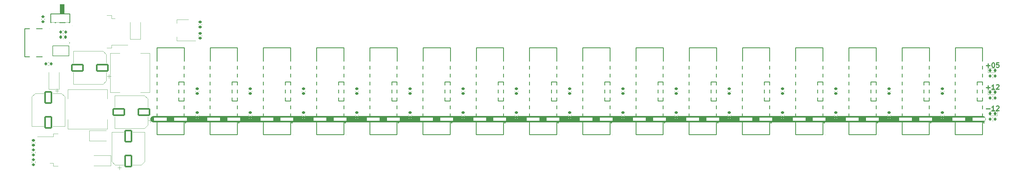
<source format=gbr>
%TF.GenerationSoftware,KiCad,Pcbnew,(6.0.9-0)*%
%TF.CreationDate,2022-11-17T19:12:12+01:00*%
%TF.ProjectId,pwr-v1,7077722d-7631-42e6-9b69-6361645f7063,rev?*%
%TF.SameCoordinates,Original*%
%TF.FileFunction,Legend,Top*%
%TF.FilePolarity,Positive*%
%FSLAX46Y46*%
G04 Gerber Fmt 4.6, Leading zero omitted, Abs format (unit mm)*
G04 Created by KiCad (PCBNEW (6.0.9-0)) date 2022-11-17 19:12:12*
%MOMM*%
%LPD*%
G01*
G04 APERTURE LIST*
G04 Aperture macros list*
%AMRoundRect*
0 Rectangle with rounded corners*
0 $1 Rounding radius*
0 $2 $3 $4 $5 $6 $7 $8 $9 X,Y pos of 4 corners*
0 Add a 4 corners polygon primitive as box body*
4,1,4,$2,$3,$4,$5,$6,$7,$8,$9,$2,$3,0*
0 Add four circle primitives for the rounded corners*
1,1,$1+$1,$2,$3*
1,1,$1+$1,$4,$5*
1,1,$1+$1,$6,$7*
1,1,$1+$1,$8,$9*
0 Add four rect primitives between the rounded corners*
20,1,$1+$1,$2,$3,$4,$5,0*
20,1,$1+$1,$4,$5,$6,$7,0*
20,1,$1+$1,$6,$7,$8,$9,0*
20,1,$1+$1,$8,$9,$2,$3,0*%
G04 Aperture macros list end*
%ADD10C,2.000000*%
%ADD11C,0.375000*%
%ADD12C,0.254001*%
%ADD13C,0.059995*%
%ADD14C,0.120000*%
%ADD15C,0.152400*%
%ADD16C,0.200000*%
%ADD17C,0.124994*%
%ADD18C,0.100000*%
%ADD19R,4.100000X1.019990*%
%ADD20RoundRect,0.250000X1.750000X1.000000X-1.750000X1.000000X-1.750000X-1.000000X1.750000X-1.000000X0*%
%ADD21R,3.960000X1.980000*%
%ADD22O,3.960000X1.980000*%
%ADD23R,1.800000X2.500000*%
%ADD24RoundRect,0.200000X-0.275000X0.200000X-0.275000X-0.200000X0.275000X-0.200000X0.275000X0.200000X0*%
%ADD25RoundRect,0.225000X-0.250000X0.225000X-0.250000X-0.225000X0.250000X-0.225000X0.250000X0.225000X0*%
%ADD26R,2.000000X1.500000*%
%ADD27R,2.000000X3.800000*%
%ADD28RoundRect,0.200000X0.275000X-0.200000X0.275000X0.200000X-0.275000X0.200000X-0.275000X-0.200000X0*%
%ADD29R,4.600000X1.100000*%
%ADD30R,9.400000X10.800000*%
%ADD31C,5.600000*%
%ADD32RoundRect,0.225000X0.250000X-0.225000X0.250000X0.225000X-0.250000X0.225000X-0.250000X-0.225000X0*%
%ADD33R,2.500000X1.800000*%
%ADD34RoundRect,0.200000X-0.200000X-0.275000X0.200000X-0.275000X0.200000X0.275000X-0.200000X0.275000X0*%
%ADD35RoundRect,0.218750X0.218750X0.256250X-0.218750X0.256250X-0.218750X-0.256250X0.218750X-0.256250X0*%
%ADD36RoundRect,0.200000X0.200000X0.275000X-0.200000X0.275000X-0.200000X-0.275000X0.200000X-0.275000X0*%
%ADD37O,0.559995X1.515011*%
%ADD38R,3.200000X2.300000*%
%ADD39R,5.400000X2.900000*%
%ADD40C,0.900025*%
%ADD41R,1.000000X1.000000*%
%ADD42R,1.000000X1.400000*%
%ADD43RoundRect,0.250000X1.000000X-1.750000X1.000000X1.750000X-1.000000X1.750000X-1.000000X-1.750000X0*%
%ADD44RoundRect,0.218750X-0.218750X-0.256250X0.218750X-0.256250X0.218750X0.256250X-0.218750X0.256250X0*%
%ADD45C,0.750013*%
%ADD46O,2.000000X1.200000*%
%ADD47O,1.800000X1.200000*%
%ADD48R,1.300000X0.300000*%
%ADD49RoundRect,0.250000X-1.000000X1.750000X-1.000000X-1.750000X1.000000X-1.750000X1.000000X1.750000X0*%
%ADD50RoundRect,0.225000X-0.225000X-0.250000X0.225000X-0.250000X0.225000X0.250000X-0.225000X0.250000X0*%
%ADD51R,2.900000X5.400000*%
G04 APERTURE END LIST*
D10*
X39600000Y-73200000D02*
X304400000Y-73200000D01*
D11*
X305600000Y-63107142D02*
X306742857Y-63107142D01*
X306171428Y-63678571D02*
X306171428Y-62535714D01*
X308242857Y-63678571D02*
X307385714Y-63678571D01*
X307814285Y-63678571D02*
X307814285Y-62178571D01*
X307671428Y-62392857D01*
X307528571Y-62535714D01*
X307385714Y-62607142D01*
X308814285Y-62321428D02*
X308885714Y-62250000D01*
X309028571Y-62178571D01*
X309385714Y-62178571D01*
X309528571Y-62250000D01*
X309600000Y-62321428D01*
X309671428Y-62464285D01*
X309671428Y-62607142D01*
X309600000Y-62821428D01*
X308742857Y-63678571D01*
X309671428Y-63678571D01*
X305600000Y-69907142D02*
X306742857Y-69907142D01*
X308242857Y-70478571D02*
X307385714Y-70478571D01*
X307814285Y-70478571D02*
X307814285Y-68978571D01*
X307671428Y-69192857D01*
X307528571Y-69335714D01*
X307385714Y-69407142D01*
X308814285Y-69121428D02*
X308885714Y-69050000D01*
X309028571Y-68978571D01*
X309385714Y-68978571D01*
X309528571Y-69050000D01*
X309600000Y-69121428D01*
X309671428Y-69264285D01*
X309671428Y-69407142D01*
X309600000Y-69621428D01*
X308742857Y-70478571D01*
X309671428Y-70478571D01*
X305600000Y-56107142D02*
X306742857Y-56107142D01*
X306171428Y-56678571D02*
X306171428Y-55535714D01*
X307742857Y-55178571D02*
X307885714Y-55178571D01*
X308028571Y-55250000D01*
X308100000Y-55321428D01*
X308171428Y-55464285D01*
X308242857Y-55750000D01*
X308242857Y-56107142D01*
X308171428Y-56392857D01*
X308100000Y-56535714D01*
X308028571Y-56607142D01*
X307885714Y-56678571D01*
X307742857Y-56678571D01*
X307600000Y-56607142D01*
X307528571Y-56535714D01*
X307457142Y-56392857D01*
X307385714Y-56107142D01*
X307385714Y-55750000D01*
X307457142Y-55464285D01*
X307528571Y-55321428D01*
X307600000Y-55250000D01*
X307742857Y-55178571D01*
X309600000Y-55178571D02*
X308885714Y-55178571D01*
X308814285Y-55892857D01*
X308885714Y-55821428D01*
X309028571Y-55750000D01*
X309385714Y-55750000D01*
X309528571Y-55821428D01*
X309600000Y-55892857D01*
X309671428Y-56035714D01*
X309671428Y-56392857D01*
X309600000Y-56535714D01*
X309528571Y-56607142D01*
X309385714Y-56678571D01*
X309028571Y-56678571D01*
X308885714Y-56607142D01*
X308814285Y-56535714D01*
D12*
%TO.C,EURO207*%
X142666002Y-50343472D02*
X151366027Y-50343472D01*
X142666002Y-54682309D02*
X142666002Y-50343472D01*
X151333998Y-67382360D02*
X151333998Y-66324651D01*
X142633973Y-67382360D02*
X142633973Y-66324651D01*
X142633973Y-78156528D02*
X142633973Y-73944666D01*
X142633973Y-69922365D02*
X142633973Y-68864656D01*
X142633973Y-62302350D02*
X142633973Y-61244641D01*
X142633973Y-59762344D02*
X142633973Y-58704636D01*
X151333998Y-64842355D02*
X151333998Y-63784646D01*
X151333998Y-67382360D02*
X149651016Y-67382360D01*
X151333998Y-72462370D02*
X151333998Y-71404661D01*
X151333998Y-57222339D02*
X151333998Y-56164630D01*
X149651016Y-67382360D02*
X149651016Y-66324651D01*
X142633973Y-72462370D02*
X142633973Y-71404661D01*
X151333998Y-78156528D02*
X151333998Y-73944666D01*
X151333998Y-69922365D02*
X151333998Y-68864656D01*
X142633973Y-78156528D02*
X151333998Y-78156528D01*
X142633973Y-64842355D02*
X142633973Y-63784646D01*
X149651016Y-64842355D02*
X149651016Y-63784646D01*
X149651016Y-61244641D02*
X151333998Y-61244641D01*
X151333998Y-59762344D02*
X151333998Y-58704636D01*
X149651016Y-62302350D02*
X149651016Y-61244641D01*
X151333998Y-62302350D02*
X151333998Y-61244641D01*
X151366027Y-54682309D02*
X151366027Y-50343472D01*
X142633973Y-57222339D02*
X142633973Y-56164630D01*
D13*
X152164046Y-78273520D02*
G75*
G03*
X152164046Y-78273520I-29997J0D01*
G01*
D12*
X151936893Y-74346520D02*
G75*
G03*
X151936893Y-74346520I-127000J0D01*
G01*
D14*
%TO.C,C105*%
X37760000Y-75095563D02*
X36695563Y-76160000D01*
X36695563Y-76160000D02*
X27240000Y-76160000D01*
X37760000Y-66704437D02*
X36695563Y-65640000D01*
X37760000Y-66704437D02*
X37760000Y-69390000D01*
X27240000Y-76160000D02*
X27240000Y-72410000D01*
X38625000Y-74285000D02*
X38625000Y-73035000D01*
X37760000Y-75095563D02*
X37760000Y-72410000D01*
X36695563Y-65640000D02*
X27240000Y-65640000D01*
X39250000Y-73660000D02*
X38000000Y-73660000D01*
X27240000Y-65640000D02*
X27240000Y-69390000D01*
%TO.C,D102*%
X6100000Y-63650000D02*
X6100000Y-58250000D01*
X6100000Y-63650000D02*
X9400000Y-63650000D01*
X9400000Y-63650000D02*
X9400000Y-58250000D01*
%TO.C,R108*%
X1772500Y-86712742D02*
X1772500Y-87187258D01*
X727500Y-86712742D02*
X727500Y-87187258D01*
D12*
%TO.C,EURO215*%
X287333998Y-59762344D02*
X287333998Y-58704636D01*
X278633973Y-62302350D02*
X278633973Y-61244641D01*
X287333998Y-62302350D02*
X287333998Y-61244641D01*
X285651016Y-61244641D02*
X287333998Y-61244641D01*
X285651016Y-62302350D02*
X285651016Y-61244641D01*
X287366027Y-54682309D02*
X287366027Y-50343472D01*
X287333998Y-57222339D02*
X287333998Y-56164630D01*
X287333998Y-72462370D02*
X287333998Y-71404661D01*
X285651016Y-64842355D02*
X285651016Y-63784646D01*
X278633973Y-72462370D02*
X278633973Y-71404661D01*
X287333998Y-78156528D02*
X287333998Y-73944666D01*
X278633973Y-78156528D02*
X278633973Y-73944666D01*
X287333998Y-69922365D02*
X287333998Y-68864656D01*
X278666002Y-54682309D02*
X278666002Y-50343472D01*
X285651016Y-67382360D02*
X285651016Y-66324651D01*
X278666002Y-50343472D02*
X287366027Y-50343472D01*
X278633973Y-59762344D02*
X278633973Y-58704636D01*
X287333998Y-67382360D02*
X285651016Y-67382360D01*
X278633973Y-57222339D02*
X278633973Y-56164630D01*
X287333998Y-67382360D02*
X287333998Y-66324651D01*
X278633973Y-69922365D02*
X278633973Y-68864656D01*
X287333998Y-64842355D02*
X287333998Y-63784646D01*
X278633973Y-67382360D02*
X278633973Y-66324651D01*
X278633973Y-78156528D02*
X287333998Y-78156528D01*
X278633973Y-64842355D02*
X278633973Y-63784646D01*
D13*
X288164046Y-78273520D02*
G75*
G03*
X288164046Y-78273520I-29997J0D01*
G01*
D12*
X287936893Y-74346520D02*
G75*
G03*
X287936893Y-74346520I-127000J0D01*
G01*
D14*
%TO.C,C218*%
X105010000Y-64109420D02*
X105010000Y-64390580D01*
X103990000Y-64109420D02*
X103990000Y-64390580D01*
%TO.C,U104*%
X46990000Y-41340000D02*
X46990000Y-42600000D01*
X53000000Y-48160000D02*
X46990000Y-48160000D01*
X50750000Y-41340000D02*
X46990000Y-41340000D01*
X46990000Y-48160000D02*
X46990000Y-46900000D01*
%TO.C,C104*%
X24510000Y-60945563D02*
X23445563Y-62010000D01*
X23445563Y-62010000D02*
X13990000Y-62010000D01*
X13990000Y-51490000D02*
X13990000Y-55240000D01*
X23445563Y-51490000D02*
X13990000Y-51490000D01*
X24510000Y-52554437D02*
X24510000Y-55240000D01*
X24510000Y-52554437D02*
X23445563Y-51490000D01*
X25375000Y-60135000D02*
X25375000Y-58885000D01*
X26000000Y-59510000D02*
X24750000Y-59510000D01*
X13990000Y-62010000D02*
X13990000Y-58260000D01*
X24510000Y-60945563D02*
X24510000Y-58260000D01*
%TO.C,C221*%
X207010000Y-64109420D02*
X207010000Y-64390580D01*
X205990000Y-64109420D02*
X205990000Y-64390580D01*
%TO.C,R107*%
X727500Y-84087258D02*
X727500Y-83612742D01*
X1772500Y-84087258D02*
X1772500Y-83612742D01*
%TO.C,U105*%
X26200000Y-50450000D02*
X26200000Y-49500000D01*
X24700000Y-50450000D02*
X26200000Y-50450000D01*
X26200000Y-49500000D02*
X31325000Y-49500000D01*
X26200000Y-41000000D02*
X27300000Y-41000000D01*
X26200000Y-40050000D02*
X26200000Y-41000000D01*
X24700000Y-40050000D02*
X26200000Y-40050000D01*
%TO.C,C224*%
X71010000Y-72010580D02*
X71010000Y-71729420D01*
X69990000Y-72010580D02*
X69990000Y-71729420D01*
%TO.C,D107*%
X25900000Y-88150000D02*
X25900000Y-84850000D01*
X25900000Y-84850000D02*
X20500000Y-84850000D01*
X25900000Y-88150000D02*
X20500000Y-88150000D01*
%TO.C,R104*%
X307362742Y-65877500D02*
X307837258Y-65877500D01*
X307362742Y-66922500D02*
X307837258Y-66922500D01*
%TO.C,C230*%
X273990000Y-72010580D02*
X273990000Y-71729420D01*
X275010000Y-72010580D02*
X275010000Y-71729420D01*
%TO.C,C222*%
X241010000Y-64109420D02*
X241010000Y-64390580D01*
X239990000Y-64109420D02*
X239990000Y-64390580D01*
%TO.C,C223*%
X275010000Y-64109420D02*
X275010000Y-64390580D01*
X273990000Y-64109420D02*
X273990000Y-64390580D01*
%TO.C,D104*%
X309085000Y-72135000D02*
X309085000Y-70665000D01*
X306800000Y-72135000D02*
X309085000Y-72135000D01*
X309085000Y-70665000D02*
X306800000Y-70665000D01*
%TO.C,C208*%
X290990000Y-64109420D02*
X290990000Y-64390580D01*
X292010000Y-64109420D02*
X292010000Y-64390580D01*
%TO.C,C227*%
X171990000Y-72010580D02*
X171990000Y-71729420D01*
X173010000Y-72010580D02*
X173010000Y-71729420D01*
D12*
%TO.C,EURO216*%
X304366027Y-54682309D02*
X304366027Y-50343472D01*
X295633973Y-67382360D02*
X295633973Y-66324651D01*
X304333998Y-62302350D02*
X304333998Y-61244641D01*
X304333998Y-67382360D02*
X302651016Y-67382360D01*
X302651016Y-64842355D02*
X302651016Y-63784646D01*
X295666002Y-54682309D02*
X295666002Y-50343472D01*
X304333998Y-69922365D02*
X304333998Y-68864656D01*
X295633973Y-78156528D02*
X295633973Y-73944666D01*
X304333998Y-59762344D02*
X304333998Y-58704636D01*
X295666002Y-50343472D02*
X304366027Y-50343472D01*
X295633973Y-62302350D02*
X295633973Y-61244641D01*
X295633973Y-57222339D02*
X295633973Y-56164630D01*
X304333998Y-67382360D02*
X304333998Y-66324651D01*
X304333998Y-57222339D02*
X304333998Y-56164630D01*
X304333998Y-64842355D02*
X304333998Y-63784646D01*
X302651016Y-62302350D02*
X302651016Y-61244641D01*
X295633973Y-72462370D02*
X295633973Y-71404661D01*
X295633973Y-64842355D02*
X295633973Y-63784646D01*
X295633973Y-59762344D02*
X295633973Y-58704636D01*
X304333998Y-78156528D02*
X304333998Y-73944666D01*
X295633973Y-78156528D02*
X304333998Y-78156528D01*
X302651016Y-61244641D02*
X304333998Y-61244641D01*
X295633973Y-69922365D02*
X295633973Y-68864656D01*
X304333998Y-72462370D02*
X304333998Y-71404661D01*
X302651016Y-67382360D02*
X302651016Y-66324651D01*
D13*
X305164046Y-78273520D02*
G75*
G03*
X305164046Y-78273520I-29997J0D01*
G01*
D12*
X304936893Y-74346520D02*
G75*
G03*
X304936893Y-74346520I-127000J0D01*
G01*
D14*
%TO.C,U106*%
X9100000Y-88225000D02*
X7600000Y-88225000D01*
X7600000Y-87275000D02*
X6500000Y-87275000D01*
X7600000Y-77825000D02*
X7600000Y-78775000D01*
X7600000Y-78775000D02*
X2475000Y-78775000D01*
X9100000Y-77825000D02*
X7600000Y-77825000D01*
X7600000Y-88225000D02*
X7600000Y-87275000D01*
%TO.C,R101*%
X10962258Y-45897500D02*
X10487742Y-45897500D01*
X10962258Y-44852500D02*
X10487742Y-44852500D01*
D15*
%TO.C,U103*%
X7398800Y-49762294D02*
X12551200Y-49762294D01*
X12551200Y-52937706D02*
X7398800Y-52937706D01*
X12551200Y-49762294D02*
X12551200Y-52937706D01*
X7398800Y-52937706D02*
X7398800Y-49762294D01*
D13*
X12504845Y-48350000D02*
G75*
G03*
X12504845Y-48350000I-29972J0D01*
G01*
D16*
X12869083Y-48809995D02*
G75*
G03*
X12869083Y-48809995I-100077J0D01*
G01*
D17*
X12336190Y-50039611D02*
G75*
G03*
X12336190Y-50039611I-62485J0D01*
G01*
D12*
%TO.C,EURO212*%
X227633973Y-57222339D02*
X227633973Y-56164630D01*
X236333998Y-78156528D02*
X236333998Y-73944666D01*
X227633973Y-67382360D02*
X227633973Y-66324651D01*
X236333998Y-67382360D02*
X236333998Y-66324651D01*
X234651016Y-64842355D02*
X234651016Y-63784646D01*
X236333998Y-67382360D02*
X234651016Y-67382360D01*
X227633973Y-59762344D02*
X227633973Y-58704636D01*
X236333998Y-64842355D02*
X236333998Y-63784646D01*
X227633973Y-72462370D02*
X227633973Y-71404661D01*
X236333998Y-62302350D02*
X236333998Y-61244641D01*
X236333998Y-57222339D02*
X236333998Y-56164630D01*
X227633973Y-62302350D02*
X227633973Y-61244641D01*
X234651016Y-62302350D02*
X234651016Y-61244641D01*
X227633973Y-69922365D02*
X227633973Y-68864656D01*
X234651016Y-67382360D02*
X234651016Y-66324651D01*
X236333998Y-59762344D02*
X236333998Y-58704636D01*
X227666002Y-50343472D02*
X236366027Y-50343472D01*
X227633973Y-78156528D02*
X236333998Y-78156528D01*
X236366027Y-54682309D02*
X236366027Y-50343472D01*
X227633973Y-64842355D02*
X227633973Y-63784646D01*
X236333998Y-69922365D02*
X236333998Y-68864656D01*
X227633973Y-78156528D02*
X227633973Y-73944666D01*
X227666002Y-54682309D02*
X227666002Y-50343472D01*
X234651016Y-61244641D02*
X236333998Y-61244641D01*
X236333998Y-72462370D02*
X236333998Y-71404661D01*
X236936893Y-74346520D02*
G75*
G03*
X236936893Y-74346520I-127000J0D01*
G01*
D13*
X237164046Y-78273520D02*
G75*
G03*
X237164046Y-78273520I-29997J0D01*
G01*
D14*
%TO.C,C201*%
X52990000Y-64109420D02*
X52990000Y-64390580D01*
X54010000Y-64109420D02*
X54010000Y-64390580D01*
D12*
%TO.C,EURO213*%
X253333998Y-67382360D02*
X251651016Y-67382360D01*
X251651016Y-64842355D02*
X251651016Y-63784646D01*
X244666002Y-54682309D02*
X244666002Y-50343472D01*
X253333998Y-69922365D02*
X253333998Y-68864656D01*
X244633973Y-64842355D02*
X244633973Y-63784646D01*
X251651016Y-67382360D02*
X251651016Y-66324651D01*
X244633973Y-78156528D02*
X253333998Y-78156528D01*
X253333998Y-57222339D02*
X253333998Y-56164630D01*
X244633973Y-57222339D02*
X244633973Y-56164630D01*
X253333998Y-67382360D02*
X253333998Y-66324651D01*
X251651016Y-61244641D02*
X253333998Y-61244641D01*
X253366027Y-54682309D02*
X253366027Y-50343472D01*
X244666002Y-50343472D02*
X253366027Y-50343472D01*
X244633973Y-69922365D02*
X244633973Y-68864656D01*
X244633973Y-78156528D02*
X244633973Y-73944666D01*
X244633973Y-62302350D02*
X244633973Y-61244641D01*
X244633973Y-67382360D02*
X244633973Y-66324651D01*
X244633973Y-59762344D02*
X244633973Y-58704636D01*
X251651016Y-62302350D02*
X251651016Y-61244641D01*
X253333998Y-59762344D02*
X253333998Y-58704636D01*
X253333998Y-78156528D02*
X253333998Y-73944666D01*
X253333998Y-72462370D02*
X253333998Y-71404661D01*
X253333998Y-64842355D02*
X253333998Y-63784646D01*
X244633973Y-72462370D02*
X244633973Y-71404661D01*
X253333998Y-62302350D02*
X253333998Y-61244641D01*
X253936893Y-74346520D02*
G75*
G03*
X253936893Y-74346520I-127000J0D01*
G01*
D13*
X254164046Y-78273520D02*
G75*
G03*
X254164046Y-78273520I-29997J0D01*
G01*
D14*
%TO.C,C102*%
X53990000Y-42809420D02*
X53990000Y-43090580D01*
X55010000Y-42809420D02*
X55010000Y-43090580D01*
D12*
%TO.C,EURO210*%
X193633973Y-67382360D02*
X193633973Y-66324651D01*
X193633973Y-78156528D02*
X193633973Y-73944666D01*
X193633973Y-57222339D02*
X193633973Y-56164630D01*
X202333998Y-69922365D02*
X202333998Y-68864656D01*
X202333998Y-72462370D02*
X202333998Y-71404661D01*
X193633973Y-59762344D02*
X193633973Y-58704636D01*
X193666002Y-54682309D02*
X193666002Y-50343472D01*
X193633973Y-78156528D02*
X202333998Y-78156528D01*
X202333998Y-62302350D02*
X202333998Y-61244641D01*
X202333998Y-64842355D02*
X202333998Y-63784646D01*
X202333998Y-78156528D02*
X202333998Y-73944666D01*
X202366027Y-54682309D02*
X202366027Y-50343472D01*
X202333998Y-59762344D02*
X202333998Y-58704636D01*
X200651016Y-61244641D02*
X202333998Y-61244641D01*
X202333998Y-57222339D02*
X202333998Y-56164630D01*
X193633973Y-64842355D02*
X193633973Y-63784646D01*
X193666002Y-50343472D02*
X202366027Y-50343472D01*
X200651016Y-64842355D02*
X200651016Y-63784646D01*
X193633973Y-62302350D02*
X193633973Y-61244641D01*
X200651016Y-67382360D02*
X200651016Y-66324651D01*
X202333998Y-67382360D02*
X202333998Y-66324651D01*
X202333998Y-67382360D02*
X200651016Y-67382360D01*
X193633973Y-72462370D02*
X193633973Y-71404661D01*
X200651016Y-62302350D02*
X200651016Y-61244641D01*
X193633973Y-69922365D02*
X193633973Y-68864656D01*
X202936893Y-74346520D02*
G75*
G03*
X202936893Y-74346520I-127000J0D01*
G01*
D13*
X203164046Y-78273520D02*
G75*
G03*
X203164046Y-78273520I-29997J0D01*
G01*
D14*
%TO.C,L101*%
X25800000Y-64700000D02*
X25800000Y-52100000D01*
X28800000Y-64700000D02*
X25800000Y-64700000D01*
X35400000Y-52100000D02*
X38400000Y-52100000D01*
X25800000Y-52100000D02*
X28800000Y-52100000D01*
X38400000Y-64700000D02*
X35400000Y-64700000D01*
X38400000Y-52100000D02*
X38400000Y-64700000D01*
%TO.C,C103*%
X53990000Y-46690580D02*
X53990000Y-46409420D01*
X55010000Y-46690580D02*
X55010000Y-46409420D01*
D12*
%TO.C,EURO208*%
X159633973Y-59762344D02*
X159633973Y-58704636D01*
X159633973Y-78156528D02*
X168333998Y-78156528D01*
X166651016Y-61244641D02*
X168333998Y-61244641D01*
X168333998Y-59762344D02*
X168333998Y-58704636D01*
X168366027Y-54682309D02*
X168366027Y-50343472D01*
X159633973Y-67382360D02*
X159633973Y-66324651D01*
X168333998Y-62302350D02*
X168333998Y-61244641D01*
X168333998Y-69922365D02*
X168333998Y-68864656D01*
X159633973Y-72462370D02*
X159633973Y-71404661D01*
X159633973Y-64842355D02*
X159633973Y-63784646D01*
X166651016Y-64842355D02*
X166651016Y-63784646D01*
X168333998Y-72462370D02*
X168333998Y-71404661D01*
X159666002Y-50343472D02*
X168366027Y-50343472D01*
X159633973Y-78156528D02*
X159633973Y-73944666D01*
X168333998Y-67382360D02*
X168333998Y-66324651D01*
X168333998Y-67382360D02*
X166651016Y-67382360D01*
X166651016Y-67382360D02*
X166651016Y-66324651D01*
X168333998Y-57222339D02*
X168333998Y-56164630D01*
X168333998Y-64842355D02*
X168333998Y-63784646D01*
X159633973Y-57222339D02*
X159633973Y-56164630D01*
X159633973Y-69922365D02*
X159633973Y-68864656D01*
X166651016Y-62302350D02*
X166651016Y-61244641D01*
X168333998Y-78156528D02*
X168333998Y-73944666D01*
X159633973Y-62302350D02*
X159633973Y-61244641D01*
X159666002Y-54682309D02*
X159666002Y-50343472D01*
X168936893Y-74346520D02*
G75*
G03*
X168936893Y-74346520I-127000J0D01*
G01*
D13*
X169164046Y-78273520D02*
G75*
G03*
X169164046Y-78273520I-29997J0D01*
G01*
D14*
%TO.C,R105*%
X307362742Y-73722500D02*
X307837258Y-73722500D01*
X307362742Y-72677500D02*
X307837258Y-72677500D01*
%TO.C,C214*%
X224010000Y-72010580D02*
X224010000Y-71729420D01*
X222990000Y-72010580D02*
X222990000Y-71729420D01*
D12*
%TO.C,U102*%
X6701994Y-42272962D02*
X6701994Y-39478956D01*
X12798006Y-39478956D02*
X6701994Y-39478956D01*
X12798006Y-39478956D02*
X12798006Y-42272962D01*
X12798006Y-42272962D02*
X6701994Y-42272962D01*
D18*
X13697016Y-43324956D02*
G75*
G03*
X13697016Y-43324956I-50013J0D01*
G01*
G36*
X11020003Y-39478956D02*
G01*
X9720028Y-39478956D01*
X9720028Y-36478956D01*
X11020003Y-36478956D01*
X11020003Y-39478956D01*
G37*
D14*
X11020003Y-39478956D02*
X9720028Y-39478956D01*
X9720028Y-36478956D01*
X11020003Y-36478956D01*
X11020003Y-39478956D01*
%TO.C,C203*%
X120990000Y-64109420D02*
X120990000Y-64390580D01*
X122010000Y-64109420D02*
X122010000Y-64390580D01*
%TO.C,C108*%
X35695563Y-87860000D02*
X36760000Y-86795563D01*
X27304437Y-87860000D02*
X29990000Y-87860000D01*
X36760000Y-77340000D02*
X33010000Y-77340000D01*
X26240000Y-86795563D02*
X26240000Y-77340000D01*
X35695563Y-87860000D02*
X33010000Y-87860000D01*
X28740000Y-89350000D02*
X28740000Y-88100000D01*
X36760000Y-86795563D02*
X36760000Y-77340000D01*
X27304437Y-87860000D02*
X26240000Y-86795563D01*
X26240000Y-77340000D02*
X29990000Y-77340000D01*
X28115000Y-88725000D02*
X29365000Y-88725000D01*
%TO.C,C207*%
X258010000Y-64109420D02*
X258010000Y-64390580D01*
X256990000Y-64109420D02*
X256990000Y-64390580D01*
%TO.C,C213*%
X188990000Y-72010580D02*
X188990000Y-71729420D01*
X190010000Y-72010580D02*
X190010000Y-71729420D01*
%TO.C,C204*%
X156010000Y-64109420D02*
X156010000Y-64390580D01*
X154990000Y-64109420D02*
X154990000Y-64390580D01*
%TO.C,C205*%
X190010000Y-64109420D02*
X190010000Y-64390580D01*
X188990000Y-64109420D02*
X188990000Y-64390580D01*
%TO.C,D105*%
X306115000Y-56865000D02*
X306115000Y-58335000D01*
X306115000Y-58335000D02*
X308400000Y-58335000D01*
X308400000Y-56865000D02*
X306115000Y-56865000D01*
%TO.C,C217*%
X69990000Y-64109420D02*
X69990000Y-64390580D01*
X71010000Y-64109420D02*
X71010000Y-64390580D01*
%TO.C,C228*%
X207010000Y-72010580D02*
X207010000Y-71729420D01*
X205990000Y-72010580D02*
X205990000Y-71729420D01*
%TO.C,D101*%
X35400000Y-47650000D02*
X35400000Y-42250000D01*
X32100000Y-47650000D02*
X35400000Y-47650000D01*
X32100000Y-47650000D02*
X32100000Y-42250000D01*
%TO.C,C206*%
X224010000Y-64109420D02*
X224010000Y-64390580D01*
X222990000Y-64109420D02*
X222990000Y-64390580D01*
D12*
%TO.C,EURO214*%
X270333998Y-67382360D02*
X268651016Y-67382360D01*
X268651016Y-62302350D02*
X268651016Y-61244641D01*
X268651016Y-64842355D02*
X268651016Y-63784646D01*
X261666002Y-54682309D02*
X261666002Y-50343472D01*
X261633973Y-69922365D02*
X261633973Y-68864656D01*
X261633973Y-62302350D02*
X261633973Y-61244641D01*
X270366027Y-54682309D02*
X270366027Y-50343472D01*
X261633973Y-64842355D02*
X261633973Y-63784646D01*
X261633973Y-78156528D02*
X261633973Y-73944666D01*
X270333998Y-67382360D02*
X270333998Y-66324651D01*
X261633973Y-78156528D02*
X270333998Y-78156528D01*
X270333998Y-64842355D02*
X270333998Y-63784646D01*
X261666002Y-50343472D02*
X270366027Y-50343472D01*
X270333998Y-57222339D02*
X270333998Y-56164630D01*
X261633973Y-59762344D02*
X261633973Y-58704636D01*
X270333998Y-59762344D02*
X270333998Y-58704636D01*
X270333998Y-69922365D02*
X270333998Y-68864656D01*
X261633973Y-72462370D02*
X261633973Y-71404661D01*
X268651016Y-67382360D02*
X268651016Y-66324651D01*
X270333998Y-62302350D02*
X270333998Y-61244641D01*
X270333998Y-72462370D02*
X270333998Y-71404661D01*
X270333998Y-78156528D02*
X270333998Y-73944666D01*
X261633973Y-67382360D02*
X261633973Y-66324651D01*
X268651016Y-61244641D02*
X270333998Y-61244641D01*
X261633973Y-57222339D02*
X261633973Y-56164630D01*
X270936893Y-74346520D02*
G75*
G03*
X270936893Y-74346520I-127000J0D01*
G01*
D13*
X271164046Y-78273520D02*
G75*
G03*
X271164046Y-78273520I-29997J0D01*
G01*
D12*
%TO.C,EURO202*%
X57666002Y-50343472D02*
X66366027Y-50343472D01*
X57633973Y-69922365D02*
X57633973Y-68864656D01*
X66333998Y-67382360D02*
X64651016Y-67382360D01*
X64651016Y-62302350D02*
X64651016Y-61244641D01*
X66333998Y-72462370D02*
X66333998Y-71404661D01*
X57633973Y-64842355D02*
X57633973Y-63784646D01*
X66366027Y-54682309D02*
X66366027Y-50343472D01*
X66333998Y-59762344D02*
X66333998Y-58704636D01*
X66333998Y-78156528D02*
X66333998Y-73944666D01*
X64651016Y-61244641D02*
X66333998Y-61244641D01*
X57633973Y-72462370D02*
X57633973Y-71404661D01*
X57633973Y-62302350D02*
X57633973Y-61244641D01*
X57633973Y-78156528D02*
X57633973Y-73944666D01*
X57633973Y-57222339D02*
X57633973Y-56164630D01*
X57666002Y-54682309D02*
X57666002Y-50343472D01*
X57633973Y-59762344D02*
X57633973Y-58704636D01*
X57633973Y-78156528D02*
X66333998Y-78156528D01*
X64651016Y-67382360D02*
X64651016Y-66324651D01*
X57633973Y-67382360D02*
X57633973Y-66324651D01*
X66333998Y-64842355D02*
X66333998Y-63784646D01*
X66333998Y-67382360D02*
X66333998Y-66324651D01*
X66333998Y-69922365D02*
X66333998Y-68864656D01*
X66333998Y-57222339D02*
X66333998Y-56164630D01*
X66333998Y-62302350D02*
X66333998Y-61244641D01*
X64651016Y-64842355D02*
X64651016Y-63784646D01*
D13*
X67164046Y-78273520D02*
G75*
G03*
X67164046Y-78273520I-29997J0D01*
G01*
D12*
X66936893Y-74346520D02*
G75*
G03*
X66936893Y-74346520I-127000J0D01*
G01*
%TO.C,EURO209*%
X176666002Y-50343472D02*
X185366027Y-50343472D01*
X185366027Y-54682309D02*
X185366027Y-50343472D01*
X176633973Y-64842355D02*
X176633973Y-63784646D01*
X176633973Y-57222339D02*
X176633973Y-56164630D01*
X176633973Y-59762344D02*
X176633973Y-58704636D01*
X185333998Y-62302350D02*
X185333998Y-61244641D01*
X183651016Y-64842355D02*
X183651016Y-63784646D01*
X185333998Y-57222339D02*
X185333998Y-56164630D01*
X183651016Y-61244641D02*
X185333998Y-61244641D01*
X176633973Y-62302350D02*
X176633973Y-61244641D01*
X185333998Y-72462370D02*
X185333998Y-71404661D01*
X176633973Y-78156528D02*
X185333998Y-78156528D01*
X176633973Y-69922365D02*
X176633973Y-68864656D01*
X185333998Y-78156528D02*
X185333998Y-73944666D01*
X185333998Y-67382360D02*
X185333998Y-66324651D01*
X176633973Y-72462370D02*
X176633973Y-71404661D01*
X176633973Y-78156528D02*
X176633973Y-73944666D01*
X185333998Y-67382360D02*
X183651016Y-67382360D01*
X185333998Y-69922365D02*
X185333998Y-68864656D01*
X185333998Y-59762344D02*
X185333998Y-58704636D01*
X176666002Y-54682309D02*
X176666002Y-50343472D01*
X185333998Y-64842355D02*
X185333998Y-63784646D01*
X183651016Y-62302350D02*
X183651016Y-61244641D01*
X176633973Y-67382360D02*
X176633973Y-66324651D01*
X183651016Y-67382360D02*
X183651016Y-66324651D01*
X185936893Y-74346520D02*
G75*
G03*
X185936893Y-74346520I-127000J0D01*
G01*
D13*
X186164046Y-78273520D02*
G75*
G03*
X186164046Y-78273520I-29997J0D01*
G01*
D14*
%TO.C,D106*%
X19100000Y-76850000D02*
X19100000Y-80150000D01*
X19100000Y-80150000D02*
X24500000Y-80150000D01*
X19100000Y-76850000D02*
X24500000Y-76850000D01*
%TO.C,C226*%
X139010000Y-72010580D02*
X139010000Y-71729420D01*
X137990000Y-72010580D02*
X137990000Y-71729420D01*
%TO.C,C106*%
X1760000Y-80890580D02*
X1760000Y-80609420D01*
X740000Y-80890580D02*
X740000Y-80609420D01*
%TO.C,R103*%
X5795742Y-56021500D02*
X6270258Y-56021500D01*
X5795742Y-54976500D02*
X6270258Y-54976500D01*
%TO.C,C216*%
X290990000Y-72010580D02*
X290990000Y-71729420D01*
X292010000Y-72010580D02*
X292010000Y-71729420D01*
%TO.C,C211*%
X120990000Y-72010580D02*
X120990000Y-71729420D01*
X122010000Y-72010580D02*
X122010000Y-71729420D01*
D12*
%TO.C,U101*%
X-1534100Y-53220003D02*
X-52438Y-53220003D01*
X2183934Y-53220003D02*
X4047562Y-53220003D01*
X2184290Y-44279997D02*
X4047206Y-44279997D01*
X-1534100Y-44279997D02*
X-52794Y-44279997D01*
X-1534100Y-53220003D02*
X-1534100Y-44279997D01*
D13*
X6346114Y-44273952D02*
G75*
G03*
X6346114Y-44273952I-29998J0D01*
G01*
D14*
%TO.C,C107*%
X10195563Y-64990000D02*
X11260000Y-66054437D01*
X10195563Y-64990000D02*
X7510000Y-64990000D01*
X740000Y-75510000D02*
X4490000Y-75510000D01*
X1804437Y-64990000D02*
X4490000Y-64990000D01*
X11260000Y-75510000D02*
X7510000Y-75510000D01*
X11260000Y-66054437D02*
X11260000Y-75510000D01*
X740000Y-66054437D02*
X740000Y-75510000D01*
X8760000Y-63500000D02*
X8760000Y-64750000D01*
X1804437Y-64990000D02*
X740000Y-66054437D01*
X9385000Y-64125000D02*
X8135000Y-64125000D01*
%TO.C,C210*%
X88010000Y-72010580D02*
X88010000Y-71729420D01*
X86990000Y-72010580D02*
X86990000Y-71729420D01*
D12*
%TO.C,EURO205*%
X108633973Y-59762344D02*
X108633973Y-58704636D01*
X108633973Y-64842355D02*
X108633973Y-63784646D01*
X115651016Y-61244641D02*
X117333998Y-61244641D01*
X115651016Y-64842355D02*
X115651016Y-63784646D01*
X117333998Y-72462370D02*
X117333998Y-71404661D01*
X117333998Y-67382360D02*
X117333998Y-66324651D01*
X108666002Y-50343472D02*
X117366027Y-50343472D01*
X117333998Y-59762344D02*
X117333998Y-58704636D01*
X108633973Y-78156528D02*
X108633973Y-73944666D01*
X115651016Y-67382360D02*
X115651016Y-66324651D01*
X117366027Y-54682309D02*
X117366027Y-50343472D01*
X108633973Y-67382360D02*
X108633973Y-66324651D01*
X117333998Y-78156528D02*
X117333998Y-73944666D01*
X108633973Y-62302350D02*
X108633973Y-61244641D01*
X117333998Y-62302350D02*
X117333998Y-61244641D01*
X108633973Y-72462370D02*
X108633973Y-71404661D01*
X117333998Y-69922365D02*
X117333998Y-68864656D01*
X108633973Y-78156528D02*
X117333998Y-78156528D01*
X108633973Y-69922365D02*
X108633973Y-68864656D01*
X117333998Y-57222339D02*
X117333998Y-56164630D01*
X115651016Y-62302350D02*
X115651016Y-61244641D01*
X117333998Y-64842355D02*
X117333998Y-63784646D01*
X108633973Y-57222339D02*
X108633973Y-56164630D01*
X117333998Y-67382360D02*
X115651016Y-67382360D01*
X108666002Y-54682309D02*
X108666002Y-50343472D01*
X117936893Y-74346520D02*
G75*
G03*
X117936893Y-74346520I-127000J0D01*
G01*
D13*
X118164046Y-78273520D02*
G75*
G03*
X118164046Y-78273520I-29997J0D01*
G01*
D14*
%TO.C,R102*%
X3727500Y-41487258D02*
X3727500Y-41012742D01*
X4772500Y-41487258D02*
X4772500Y-41012742D01*
%TO.C,C215*%
X256990000Y-72010580D02*
X256990000Y-71729420D01*
X258010000Y-72010580D02*
X258010000Y-71729420D01*
%TO.C,R106*%
X307362742Y-59922500D02*
X307837258Y-59922500D01*
X307362742Y-58877500D02*
X307837258Y-58877500D01*
D12*
%TO.C,EURO204*%
X91633973Y-59762344D02*
X91633973Y-58704636D01*
X100333998Y-67382360D02*
X98651016Y-67382360D01*
X98651016Y-62302350D02*
X98651016Y-61244641D01*
X91633973Y-69922365D02*
X91633973Y-68864656D01*
X91633973Y-72462370D02*
X91633973Y-71404661D01*
X98651016Y-67382360D02*
X98651016Y-66324651D01*
X100333998Y-62302350D02*
X100333998Y-61244641D01*
X91633973Y-62302350D02*
X91633973Y-61244641D01*
X100366027Y-54682309D02*
X100366027Y-50343472D01*
X100333998Y-64842355D02*
X100333998Y-63784646D01*
X100333998Y-78156528D02*
X100333998Y-73944666D01*
X91633973Y-64842355D02*
X91633973Y-63784646D01*
X98651016Y-64842355D02*
X98651016Y-63784646D01*
X91633973Y-57222339D02*
X91633973Y-56164630D01*
X91633973Y-78156528D02*
X100333998Y-78156528D01*
X100333998Y-67382360D02*
X100333998Y-66324651D01*
X91666002Y-50343472D02*
X100366027Y-50343472D01*
X100333998Y-59762344D02*
X100333998Y-58704636D01*
X91633973Y-67382360D02*
X91633973Y-66324651D01*
X100333998Y-69922365D02*
X100333998Y-68864656D01*
X100333998Y-72462370D02*
X100333998Y-71404661D01*
X100333998Y-57222339D02*
X100333998Y-56164630D01*
X98651016Y-61244641D02*
X100333998Y-61244641D01*
X91633973Y-78156528D02*
X91633973Y-73944666D01*
X91666002Y-54682309D02*
X91666002Y-50343472D01*
X100936893Y-74346520D02*
G75*
G03*
X100936893Y-74346520I-127000J0D01*
G01*
D13*
X101164046Y-78273520D02*
G75*
G03*
X101164046Y-78273520I-29997J0D01*
G01*
D14*
%TO.C,C209*%
X54010000Y-72010580D02*
X54010000Y-71729420D01*
X52990000Y-72010580D02*
X52990000Y-71729420D01*
D12*
%TO.C,EURO201*%
X40633973Y-78156528D02*
X40633973Y-73944666D01*
X40633973Y-62302350D02*
X40633973Y-61244641D01*
X40666002Y-50343472D02*
X49366027Y-50343472D01*
X49366027Y-54682309D02*
X49366027Y-50343472D01*
X49333998Y-67382360D02*
X49333998Y-66324651D01*
X49333998Y-78156528D02*
X49333998Y-73944666D01*
X49333998Y-59762344D02*
X49333998Y-58704636D01*
X49333998Y-72462370D02*
X49333998Y-71404661D01*
X49333998Y-69922365D02*
X49333998Y-68864656D01*
X40633973Y-72462370D02*
X40633973Y-71404661D01*
X49333998Y-67382360D02*
X47651016Y-67382360D01*
X47651016Y-61244641D02*
X49333998Y-61244641D01*
X40633973Y-59762344D02*
X40633973Y-58704636D01*
X49333998Y-62302350D02*
X49333998Y-61244641D01*
X40633973Y-64842355D02*
X40633973Y-63784646D01*
X49333998Y-57222339D02*
X49333998Y-56164630D01*
X49333998Y-64842355D02*
X49333998Y-63784646D01*
X47651016Y-62302350D02*
X47651016Y-61244641D01*
X40666002Y-54682309D02*
X40666002Y-50343472D01*
X40633973Y-67382360D02*
X40633973Y-66324651D01*
X47651016Y-64842355D02*
X47651016Y-63784646D01*
X47651016Y-67382360D02*
X47651016Y-66324651D01*
X40633973Y-78156528D02*
X49333998Y-78156528D01*
X40633973Y-69922365D02*
X40633973Y-68864656D01*
X40633973Y-57222339D02*
X40633973Y-56164630D01*
D13*
X50164046Y-78273520D02*
G75*
G03*
X50164046Y-78273520I-29997J0D01*
G01*
D12*
X49936893Y-74346520D02*
G75*
G03*
X49936893Y-74346520I-127000J0D01*
G01*
%TO.C,EURO203*%
X74666002Y-50343472D02*
X83366027Y-50343472D01*
X74633973Y-67382360D02*
X74633973Y-66324651D01*
X74633973Y-64842355D02*
X74633973Y-63784646D01*
X74633973Y-78156528D02*
X83333998Y-78156528D01*
X83333998Y-64842355D02*
X83333998Y-63784646D01*
X81651016Y-61244641D02*
X83333998Y-61244641D01*
X83333998Y-67382360D02*
X83333998Y-66324651D01*
X83366027Y-54682309D02*
X83366027Y-50343472D01*
X81651016Y-62302350D02*
X81651016Y-61244641D01*
X74633973Y-62302350D02*
X74633973Y-61244641D01*
X74633973Y-69922365D02*
X74633973Y-68864656D01*
X74633973Y-57222339D02*
X74633973Y-56164630D01*
X74633973Y-72462370D02*
X74633973Y-71404661D01*
X83333998Y-57222339D02*
X83333998Y-56164630D01*
X81651016Y-67382360D02*
X81651016Y-66324651D01*
X81651016Y-64842355D02*
X81651016Y-63784646D01*
X83333998Y-59762344D02*
X83333998Y-58704636D01*
X83333998Y-72462370D02*
X83333998Y-71404661D01*
X83333998Y-67382360D02*
X81651016Y-67382360D01*
X83333998Y-69922365D02*
X83333998Y-68864656D01*
X74633973Y-78156528D02*
X74633973Y-73944666D01*
X83333998Y-62302350D02*
X83333998Y-61244641D01*
X74666002Y-54682309D02*
X74666002Y-50343472D01*
X83333998Y-78156528D02*
X83333998Y-73944666D01*
X74633973Y-59762344D02*
X74633973Y-58704636D01*
D13*
X84164046Y-78273520D02*
G75*
G03*
X84164046Y-78273520I-29997J0D01*
G01*
D12*
X83936893Y-74346520D02*
G75*
G03*
X83936893Y-74346520I-127000J0D01*
G01*
D14*
%TO.C,C101*%
X10584420Y-47435000D02*
X10865580Y-47435000D01*
X10584420Y-46415000D02*
X10865580Y-46415000D01*
D12*
%TO.C,EURO206*%
X125633973Y-78156528D02*
X125633973Y-73944666D01*
X132651016Y-67382360D02*
X132651016Y-66324651D01*
X134366027Y-54682309D02*
X134366027Y-50343472D01*
X132651016Y-62302350D02*
X132651016Y-61244641D01*
X125633973Y-59762344D02*
X125633973Y-58704636D01*
X125633973Y-64842355D02*
X125633973Y-63784646D01*
X125633973Y-57222339D02*
X125633973Y-56164630D01*
X132651016Y-64842355D02*
X132651016Y-63784646D01*
X125633973Y-69922365D02*
X125633973Y-68864656D01*
X134333998Y-67382360D02*
X134333998Y-66324651D01*
X134333998Y-78156528D02*
X134333998Y-73944666D01*
X125633973Y-62302350D02*
X125633973Y-61244641D01*
X125666002Y-54682309D02*
X125666002Y-50343472D01*
X134333998Y-59762344D02*
X134333998Y-58704636D01*
X134333998Y-62302350D02*
X134333998Y-61244641D01*
X134333998Y-64842355D02*
X134333998Y-63784646D01*
X134333998Y-72462370D02*
X134333998Y-71404661D01*
X134333998Y-57222339D02*
X134333998Y-56164630D01*
X132651016Y-61244641D02*
X134333998Y-61244641D01*
X125633973Y-67382360D02*
X125633973Y-66324651D01*
X125666002Y-50343472D02*
X134366027Y-50343472D01*
X134333998Y-67382360D02*
X132651016Y-67382360D01*
X125633973Y-72462370D02*
X125633973Y-71404661D01*
X134333998Y-69922365D02*
X134333998Y-68864656D01*
X125633973Y-78156528D02*
X134333998Y-78156528D01*
X134936893Y-74346520D02*
G75*
G03*
X134936893Y-74346520I-127000J0D01*
G01*
D13*
X135164046Y-78273520D02*
G75*
G03*
X135164046Y-78273520I-29997J0D01*
G01*
D14*
%TO.C,L102*%
X24800000Y-73300000D02*
X24800000Y-76300000D01*
X12200000Y-63700000D02*
X24800000Y-63700000D01*
X24800000Y-76300000D02*
X12200000Y-76300000D01*
X12200000Y-76300000D02*
X12200000Y-73300000D01*
X12200000Y-66700000D02*
X12200000Y-63700000D01*
X24800000Y-63700000D02*
X24800000Y-66700000D01*
D12*
%TO.C,EURO211*%
X210633973Y-59762344D02*
X210633973Y-58704636D01*
X210633973Y-78156528D02*
X219333998Y-78156528D01*
X219333998Y-67382360D02*
X219333998Y-66324651D01*
X219366027Y-54682309D02*
X219366027Y-50343472D01*
X210666002Y-54682309D02*
X210666002Y-50343472D01*
X219333998Y-72462370D02*
X219333998Y-71404661D01*
X219333998Y-64842355D02*
X219333998Y-63784646D01*
X219333998Y-62302350D02*
X219333998Y-61244641D01*
X210633973Y-57222339D02*
X210633973Y-56164630D01*
X219333998Y-67382360D02*
X217651016Y-67382360D01*
X210633973Y-67382360D02*
X210633973Y-66324651D01*
X219333998Y-59762344D02*
X219333998Y-58704636D01*
X210666002Y-50343472D02*
X219366027Y-50343472D01*
X219333998Y-69922365D02*
X219333998Y-68864656D01*
X210633973Y-78156528D02*
X210633973Y-73944666D01*
X217651016Y-62302350D02*
X217651016Y-61244641D01*
X217651016Y-61244641D02*
X219333998Y-61244641D01*
X219333998Y-78156528D02*
X219333998Y-73944666D01*
X210633973Y-72462370D02*
X210633973Y-71404661D01*
X210633973Y-69922365D02*
X210633973Y-68864656D01*
X219333998Y-57222339D02*
X219333998Y-56164630D01*
X217651016Y-64842355D02*
X217651016Y-63784646D01*
X217651016Y-67382360D02*
X217651016Y-66324651D01*
X210633973Y-62302350D02*
X210633973Y-61244641D01*
X210633973Y-64842355D02*
X210633973Y-63784646D01*
X219936893Y-74346520D02*
G75*
G03*
X219936893Y-74346520I-127000J0D01*
G01*
D13*
X220164046Y-78273520D02*
G75*
G03*
X220164046Y-78273520I-29997J0D01*
G01*
D14*
%TO.C,C219*%
X137990000Y-64109420D02*
X137990000Y-64390580D01*
X139010000Y-64109420D02*
X139010000Y-64390580D01*
%TO.C,D103*%
X308400000Y-63865000D02*
X306115000Y-63865000D01*
X306115000Y-65335000D02*
X308400000Y-65335000D01*
X306115000Y-63865000D02*
X306115000Y-65335000D01*
%TO.C,C220*%
X171990000Y-64109420D02*
X171990000Y-64390580D01*
X173010000Y-64109420D02*
X173010000Y-64390580D01*
%TO.C,C225*%
X103990000Y-72010580D02*
X103990000Y-71729420D01*
X105010000Y-72010580D02*
X105010000Y-71729420D01*
%TO.C,C212*%
X154990000Y-72010580D02*
X154990000Y-71729420D01*
X156010000Y-72010580D02*
X156010000Y-71729420D01*
%TO.C,C229*%
X239990000Y-72010580D02*
X239990000Y-71729420D01*
X241010000Y-72010580D02*
X241010000Y-71729420D01*
%TO.C,C202*%
X86990000Y-64109420D02*
X86990000Y-64390580D01*
X88010000Y-64109420D02*
X88010000Y-64390580D01*
%TD*%
%LPC*%
D19*
%TO.C,EURO207*%
X150184036Y-73203518D03*
X143783985Y-73203518D03*
X150184036Y-70663513D03*
X143783985Y-70663513D03*
X150184036Y-68123508D03*
X143783985Y-68123508D03*
X150184036Y-65583503D03*
X143783985Y-65583503D03*
X150184036Y-63043498D03*
X143783985Y-63043498D03*
X150184036Y-60503493D03*
X143783985Y-60503493D03*
X150184036Y-57963487D03*
X143783985Y-57963487D03*
X150184036Y-55423482D03*
X143783985Y-55423482D03*
%TD*%
D20*
%TO.C,C105*%
X36500000Y-70900000D03*
X28500000Y-70900000D03*
%TD*%
D21*
%TO.C,SW101*%
X2362200Y-57250000D03*
D22*
X2362200Y-62250000D03*
%TD*%
D23*
%TO.C,D102*%
X7750000Y-62250000D03*
X7750000Y-58250000D03*
%TD*%
D24*
%TO.C,R108*%
X1250000Y-86125000D03*
X1250000Y-87775000D03*
%TD*%
D19*
%TO.C,EURO215*%
X286184036Y-73203518D03*
X279783985Y-73203518D03*
X286184036Y-70663513D03*
X279783985Y-70663513D03*
X286184036Y-68123508D03*
X279783985Y-68123508D03*
X286184036Y-65583503D03*
X279783985Y-65583503D03*
X286184036Y-63043498D03*
X279783985Y-63043498D03*
X286184036Y-60503493D03*
X279783985Y-60503493D03*
X286184036Y-57963487D03*
X279783985Y-57963487D03*
X286184036Y-55423482D03*
X279783985Y-55423482D03*
%TD*%
D25*
%TO.C,C218*%
X104500000Y-63475000D03*
X104500000Y-65025000D03*
%TD*%
D26*
%TO.C,U104*%
X52050000Y-47050000D03*
D27*
X45750000Y-44750000D03*
D26*
X52050000Y-44750000D03*
X52050000Y-42450000D03*
%TD*%
D20*
%TO.C,C104*%
X23250000Y-56750000D03*
X15250000Y-56750000D03*
%TD*%
D25*
%TO.C,C221*%
X206500000Y-63475000D03*
X206500000Y-65025000D03*
%TD*%
D28*
%TO.C,R107*%
X1250000Y-84675000D03*
X1250000Y-83025000D03*
%TD*%
D29*
%TO.C,U105*%
X29025000Y-48650000D03*
X29025000Y-46950000D03*
D30*
X19875000Y-45250000D03*
D29*
X29025000Y-45250000D03*
X29025000Y-43550000D03*
X29025000Y-41850000D03*
%TD*%
D31*
%TO.C,REF\u002A\u002A*%
X305000000Y-84250000D03*
%TD*%
D32*
%TO.C,C224*%
X70500000Y-72645000D03*
X70500000Y-71095000D03*
%TD*%
D33*
%TO.C,D107*%
X24500000Y-86500000D03*
X20500000Y-86500000D03*
%TD*%
D34*
%TO.C,R104*%
X306775000Y-66400000D03*
X308425000Y-66400000D03*
%TD*%
D32*
%TO.C,C230*%
X274500000Y-72645000D03*
X274500000Y-71095000D03*
%TD*%
D25*
%TO.C,C222*%
X240500000Y-63475000D03*
X240500000Y-65025000D03*
%TD*%
%TO.C,C223*%
X274500000Y-63475000D03*
X274500000Y-65025000D03*
%TD*%
D31*
%TO.C,REF\u002A\u002A*%
X216666666Y-44250000D03*
%TD*%
D35*
%TO.C,D104*%
X308387500Y-71400000D03*
X306812500Y-71400000D03*
%TD*%
D25*
%TO.C,C208*%
X291500000Y-63475000D03*
X291500000Y-65025000D03*
%TD*%
D32*
%TO.C,C227*%
X172500000Y-72645000D03*
X172500000Y-71095000D03*
%TD*%
D19*
%TO.C,EURO216*%
X303184036Y-73203518D03*
X296783985Y-73203518D03*
X303184036Y-70663513D03*
X296783985Y-70663513D03*
X303184036Y-68123508D03*
X296783985Y-68123508D03*
X303184036Y-65583503D03*
X296783985Y-65583503D03*
X303184036Y-63043498D03*
X296783985Y-63043498D03*
X303184036Y-60503493D03*
X296783985Y-60503493D03*
X303184036Y-57963487D03*
X296783985Y-57963487D03*
X303184036Y-55423482D03*
X296783985Y-55423482D03*
%TD*%
D29*
%TO.C,U106*%
X4775000Y-79625000D03*
X4775000Y-81325000D03*
D30*
X13925000Y-83025000D03*
D29*
X4775000Y-83025000D03*
X4775000Y-84725000D03*
X4775000Y-86425000D03*
%TD*%
D36*
%TO.C,R101*%
X11550000Y-45375000D03*
X9900000Y-45375000D03*
%TD*%
D37*
%TO.C,U103*%
X11975000Y-48700013D03*
X10975000Y-48700013D03*
X9975000Y-48700013D03*
X8975000Y-48700013D03*
X7975000Y-48700013D03*
X7975000Y-53999987D03*
X8975000Y-53999987D03*
X9975000Y-53999987D03*
X10975000Y-53999987D03*
X11975000Y-53999987D03*
D38*
X9975000Y-51350000D03*
%TD*%
D19*
%TO.C,EURO212*%
X235184036Y-73203518D03*
X228783985Y-73203518D03*
X235184036Y-70663513D03*
X228783985Y-70663513D03*
X235184036Y-68123508D03*
X228783985Y-68123508D03*
X235184036Y-65583503D03*
X228783985Y-65583503D03*
X235184036Y-63043498D03*
X228783985Y-63043498D03*
X235184036Y-60503493D03*
X228783985Y-60503493D03*
X235184036Y-57963487D03*
X228783985Y-57963487D03*
X235184036Y-55423482D03*
X228783985Y-55423482D03*
%TD*%
D25*
%TO.C,C201*%
X53500000Y-63475000D03*
X53500000Y-65025000D03*
%TD*%
D19*
%TO.C,EURO213*%
X252184036Y-73203518D03*
X245783985Y-73203518D03*
X252184036Y-70663513D03*
X245783985Y-70663513D03*
X252184036Y-68123508D03*
X245783985Y-68123508D03*
X252184036Y-65583503D03*
X245783985Y-65583503D03*
X252184036Y-63043498D03*
X245783985Y-63043498D03*
X252184036Y-60503493D03*
X245783985Y-60503493D03*
X252184036Y-57963487D03*
X245783985Y-57963487D03*
X252184036Y-55423482D03*
X245783985Y-55423482D03*
%TD*%
D25*
%TO.C,C102*%
X54500000Y-42175000D03*
X54500000Y-43725000D03*
%TD*%
D19*
%TO.C,EURO210*%
X201184036Y-73203518D03*
X194783985Y-73203518D03*
X201184036Y-70663513D03*
X194783985Y-70663513D03*
X201184036Y-68123508D03*
X194783985Y-68123508D03*
X201184036Y-65583503D03*
X194783985Y-65583503D03*
X201184036Y-63043498D03*
X194783985Y-63043498D03*
X201184036Y-60503493D03*
X194783985Y-60503493D03*
X201184036Y-57963487D03*
X194783985Y-57963487D03*
X201184036Y-55423482D03*
X194783985Y-55423482D03*
%TD*%
D39*
%TO.C,L101*%
X32100000Y-63350000D03*
X32100000Y-53450000D03*
%TD*%
D31*
%TO.C,REF\u002A\u002A*%
X40000000Y-44250000D03*
%TD*%
D32*
%TO.C,C103*%
X54500000Y-47325000D03*
X54500000Y-45775000D03*
%TD*%
D19*
%TO.C,EURO208*%
X167184036Y-73203518D03*
X160783985Y-73203518D03*
X167184036Y-70663513D03*
X160783985Y-70663513D03*
X167184036Y-68123508D03*
X160783985Y-68123508D03*
X167184036Y-65583503D03*
X160783985Y-65583503D03*
X167184036Y-63043498D03*
X160783985Y-63043498D03*
X167184036Y-60503493D03*
X160783985Y-60503493D03*
X167184036Y-57963487D03*
X160783985Y-57963487D03*
X167184036Y-55423482D03*
X160783985Y-55423482D03*
%TD*%
D31*
%TO.C,REF\u002A\u002A*%
X128333333Y-44250000D03*
%TD*%
D34*
%TO.C,R105*%
X306775000Y-73200000D03*
X308425000Y-73200000D03*
%TD*%
D32*
%TO.C,C214*%
X223500000Y-72645000D03*
X223500000Y-71095000D03*
%TD*%
D40*
%TO.C,U102*%
X11249873Y-41002959D03*
X8249873Y-41002959D03*
D41*
X5949898Y-42103035D03*
X13550102Y-39902883D03*
X13550102Y-42103035D03*
X5949898Y-39902883D03*
D42*
X11999936Y-43020993D03*
X8999936Y-43021044D03*
X7500064Y-43021044D03*
%TD*%
D25*
%TO.C,C203*%
X121500000Y-63475000D03*
X121500000Y-65025000D03*
%TD*%
D43*
%TO.C,C108*%
X31500000Y-86600000D03*
X31500000Y-78600000D03*
%TD*%
D25*
%TO.C,C207*%
X257500000Y-63475000D03*
X257500000Y-65025000D03*
%TD*%
D32*
%TO.C,C213*%
X189500000Y-72645000D03*
X189500000Y-71095000D03*
%TD*%
D25*
%TO.C,C204*%
X155500000Y-63475000D03*
X155500000Y-65025000D03*
%TD*%
%TO.C,C205*%
X189500000Y-63475000D03*
X189500000Y-65025000D03*
%TD*%
D44*
%TO.C,D105*%
X306812500Y-57600000D03*
X308387500Y-57600000D03*
%TD*%
D25*
%TO.C,C217*%
X70500000Y-63475000D03*
X70500000Y-65025000D03*
%TD*%
D32*
%TO.C,C228*%
X206500000Y-72645000D03*
X206500000Y-71095000D03*
%TD*%
D23*
%TO.C,D101*%
X33750000Y-46250000D03*
X33750000Y-42250000D03*
%TD*%
D25*
%TO.C,C206*%
X223500000Y-63475000D03*
X223500000Y-65025000D03*
%TD*%
D19*
%TO.C,EURO214*%
X269184036Y-73203518D03*
X262783985Y-73203518D03*
X269184036Y-70663513D03*
X262783985Y-70663513D03*
X269184036Y-68123508D03*
X262783985Y-68123508D03*
X269184036Y-65583503D03*
X262783985Y-65583503D03*
X269184036Y-63043498D03*
X262783985Y-63043498D03*
X269184036Y-60503493D03*
X262783985Y-60503493D03*
X269184036Y-57963487D03*
X262783985Y-57963487D03*
X269184036Y-55423482D03*
X262783985Y-55423482D03*
%TD*%
%TO.C,EURO202*%
X65184036Y-73203518D03*
X58783985Y-73203518D03*
X65184036Y-70663513D03*
X58783985Y-70663513D03*
X65184036Y-68123508D03*
X58783985Y-68123508D03*
X65184036Y-65583503D03*
X58783985Y-65583503D03*
X65184036Y-63043498D03*
X58783985Y-63043498D03*
X65184036Y-60503493D03*
X58783985Y-60503493D03*
X65184036Y-57963487D03*
X58783985Y-57963487D03*
X65184036Y-55423482D03*
X58783985Y-55423482D03*
%TD*%
%TO.C,EURO209*%
X184184036Y-73203518D03*
X177783985Y-73203518D03*
X184184036Y-70663513D03*
X177783985Y-70663513D03*
X184184036Y-68123508D03*
X177783985Y-68123508D03*
X184184036Y-65583503D03*
X177783985Y-65583503D03*
X184184036Y-63043498D03*
X177783985Y-63043498D03*
X184184036Y-60503493D03*
X177783985Y-60503493D03*
X184184036Y-57963487D03*
X177783985Y-57963487D03*
X184184036Y-55423482D03*
X177783985Y-55423482D03*
%TD*%
D33*
%TO.C,D106*%
X20500000Y-78500000D03*
X24500000Y-78500000D03*
%TD*%
D32*
%TO.C,C226*%
X138500000Y-72645000D03*
X138500000Y-71095000D03*
%TD*%
%TO.C,C106*%
X1250000Y-81525000D03*
X1250000Y-79975000D03*
%TD*%
D34*
%TO.C,R103*%
X5208000Y-55499000D03*
X6858000Y-55499000D03*
%TD*%
D32*
%TO.C,C216*%
X291500000Y-72645000D03*
X291500000Y-71095000D03*
%TD*%
D31*
%TO.C,REF\u002A\u002A*%
X40000000Y-84250000D03*
%TD*%
%TO.C,REF\u002A\u002A*%
X305000000Y-44250000D03*
%TD*%
D32*
%TO.C,C211*%
X121500000Y-72645000D03*
X121500000Y-71095000D03*
%TD*%
D45*
%TO.C,U101*%
X4765621Y-51648908D03*
X4765621Y-45849060D03*
D46*
X5265748Y-44423863D03*
X5265748Y-53074105D03*
D47*
X1065850Y-53074105D03*
X1065850Y-44423863D03*
D48*
X6034100Y-45398971D03*
X6034100Y-46199073D03*
X6034100Y-47499047D03*
X6034100Y-48499047D03*
X6034100Y-48998920D03*
X6034100Y-49998666D03*
X6034100Y-51299149D03*
X6034100Y-52098997D03*
X6034100Y-51799022D03*
X6034100Y-50998920D03*
X6034100Y-50499047D03*
X6034100Y-49499047D03*
X6034100Y-47998920D03*
X6034100Y-46998920D03*
X6034100Y-46499047D03*
X6034100Y-45698946D03*
%TD*%
D49*
%TO.C,C107*%
X6000000Y-66250000D03*
X6000000Y-74250000D03*
%TD*%
D32*
%TO.C,C210*%
X87500000Y-72645000D03*
X87500000Y-71095000D03*
%TD*%
D19*
%TO.C,EURO205*%
X116184036Y-73203518D03*
X109783985Y-73203518D03*
X116184036Y-70663513D03*
X109783985Y-70663513D03*
X116184036Y-68123508D03*
X109783985Y-68123508D03*
X116184036Y-65583503D03*
X109783985Y-65583503D03*
X116184036Y-63043498D03*
X109783985Y-63043498D03*
X116184036Y-60503493D03*
X109783985Y-60503493D03*
X116184036Y-57963487D03*
X109783985Y-57963487D03*
X116184036Y-55423482D03*
X109783985Y-55423482D03*
%TD*%
D31*
%TO.C,REF\u002A\u002A*%
X216666666Y-84250000D03*
%TD*%
D28*
%TO.C,R102*%
X4250000Y-42075000D03*
X4250000Y-40425000D03*
%TD*%
D32*
%TO.C,C215*%
X257500000Y-72645000D03*
X257500000Y-71095000D03*
%TD*%
D34*
%TO.C,R106*%
X306775000Y-59400000D03*
X308425000Y-59400000D03*
%TD*%
D19*
%TO.C,EURO204*%
X99184036Y-73203518D03*
X92783985Y-73203518D03*
X99184036Y-70663513D03*
X92783985Y-70663513D03*
X99184036Y-68123508D03*
X92783985Y-68123508D03*
X99184036Y-65583503D03*
X92783985Y-65583503D03*
X99184036Y-63043498D03*
X92783985Y-63043498D03*
X99184036Y-60503493D03*
X92783985Y-60503493D03*
X99184036Y-57963487D03*
X92783985Y-57963487D03*
X99184036Y-55423482D03*
X92783985Y-55423482D03*
%TD*%
D32*
%TO.C,C209*%
X53500000Y-72645000D03*
X53500000Y-71095000D03*
%TD*%
D19*
%TO.C,EURO201*%
X48184036Y-73203518D03*
X41783985Y-73203518D03*
X48184036Y-70663513D03*
X41783985Y-70663513D03*
X48184036Y-68123508D03*
X41783985Y-68123508D03*
X48184036Y-65583503D03*
X41783985Y-65583503D03*
X48184036Y-63043498D03*
X41783985Y-63043498D03*
X48184036Y-60503493D03*
X41783985Y-60503493D03*
X48184036Y-57963487D03*
X41783985Y-57963487D03*
X48184036Y-55423482D03*
X41783985Y-55423482D03*
%TD*%
%TO.C,EURO203*%
X82184036Y-73203518D03*
X75783985Y-73203518D03*
X82184036Y-70663513D03*
X75783985Y-70663513D03*
X82184036Y-68123508D03*
X75783985Y-68123508D03*
X82184036Y-65583503D03*
X75783985Y-65583503D03*
X82184036Y-63043498D03*
X75783985Y-63043498D03*
X82184036Y-60503493D03*
X75783985Y-60503493D03*
X82184036Y-57963487D03*
X75783985Y-57963487D03*
X82184036Y-55423482D03*
X75783985Y-55423482D03*
%TD*%
D50*
%TO.C,C101*%
X9950000Y-46925000D03*
X11500000Y-46925000D03*
%TD*%
D19*
%TO.C,EURO206*%
X133184036Y-73203518D03*
X126783985Y-73203518D03*
X133184036Y-70663513D03*
X126783985Y-70663513D03*
X133184036Y-68123508D03*
X126783985Y-68123508D03*
X133184036Y-65583503D03*
X126783985Y-65583503D03*
X133184036Y-63043498D03*
X126783985Y-63043498D03*
X133184036Y-60503493D03*
X126783985Y-60503493D03*
X133184036Y-57963487D03*
X126783985Y-57963487D03*
X133184036Y-55423482D03*
X126783985Y-55423482D03*
%TD*%
D51*
%TO.C,L102*%
X13550000Y-70000000D03*
X23450000Y-70000000D03*
%TD*%
D19*
%TO.C,EURO211*%
X218184036Y-73203518D03*
X211783985Y-73203518D03*
X218184036Y-70663513D03*
X211783985Y-70663513D03*
X218184036Y-68123508D03*
X211783985Y-68123508D03*
X218184036Y-65583503D03*
X211783985Y-65583503D03*
X218184036Y-63043498D03*
X211783985Y-63043498D03*
X218184036Y-60503493D03*
X211783985Y-60503493D03*
X218184036Y-57963487D03*
X211783985Y-57963487D03*
X218184036Y-55423482D03*
X211783985Y-55423482D03*
%TD*%
D31*
%TO.C,REF\u002A\u002A*%
X128333333Y-84250000D03*
%TD*%
D25*
%TO.C,C219*%
X138500000Y-63475000D03*
X138500000Y-65025000D03*
%TD*%
D44*
%TO.C,D103*%
X306812500Y-64600000D03*
X308387500Y-64600000D03*
%TD*%
D25*
%TO.C,C220*%
X172500000Y-63475000D03*
X172500000Y-65025000D03*
%TD*%
D32*
%TO.C,C225*%
X104500000Y-72645000D03*
X104500000Y-71095000D03*
%TD*%
%TO.C,C212*%
X155500000Y-72645000D03*
X155500000Y-71095000D03*
%TD*%
%TO.C,C229*%
X240500000Y-72645000D03*
X240500000Y-71095000D03*
%TD*%
D25*
%TO.C,C202*%
X87500000Y-63475000D03*
X87500000Y-65025000D03*
%TD*%
M02*

</source>
